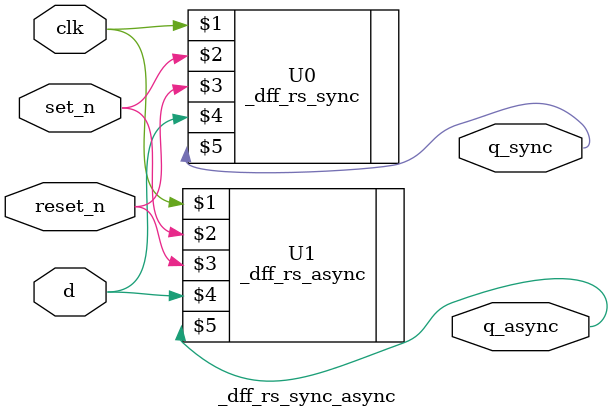
<source format=v>
module _dff_rs_sync_async(clk, set_n, reset_n, d, q_sync, q_async);
input clk, set_n, reset_n, d;
output q_sync, q_async;

_dff_rs_sync	U0(clk, set_n, reset_n, d, q_sync); // clk동기식 dff_rs module 
_dff_rs_async	U1(clk, set_n, reset_n, d, q_async);// clk 비동기식 dff_rs module 

endmodule

</source>
